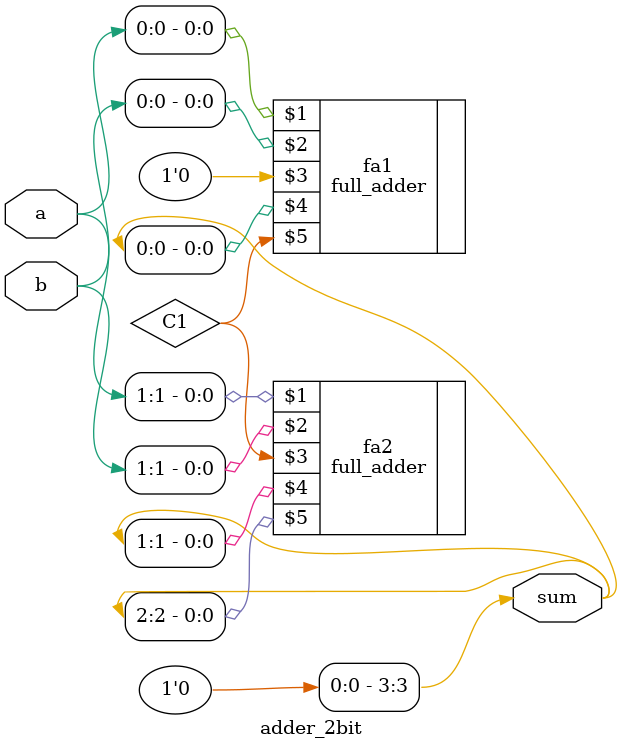
<source format=v>
/*--  *******************************************************
--  Computer Architecture Course, Laboratory Sources 
--  Amirkabir University of Technology (Tehran Polytechnic)
--  Department of Computer Engineering (CE-AUT)
--  https://ce[dot]aut[dot]ac[dot]ir
--  *******************************************************
--  All Rights reserved (C) 2019-2020
--  *******************************************************
--  Student ID  : 9829039	
--  Student Name: Pouya Mohammadi
--  Student Mail: pouyamohammadyirbu@gmail.com
--  *******************************************************
--  Additional Comments:
--
--	Teamate information:
--	Mehran Aksari
--	9831007
--*/

/*-----------------------------------------------------------
---  Module Name: Two bit adder
---  Description: Lab 08
-----------------------------------------------------------*/
`timescale 1 ns/1 ns

module adder_2bit (
	input [1:0] a,
	input [1:0] b,
	output [3:0] sum
);

    // wires
    wire C1;
    
    // 2-bit adder with 4-bit output.
    full_adder fa1(a[0], b[0], (1'b0), sum[0], C1);
    full_adder fa2(a[1], b[1], C1, sum[1], sum[2]);
    assign sum[3] = 1'b0;
    
endmodule

</source>
